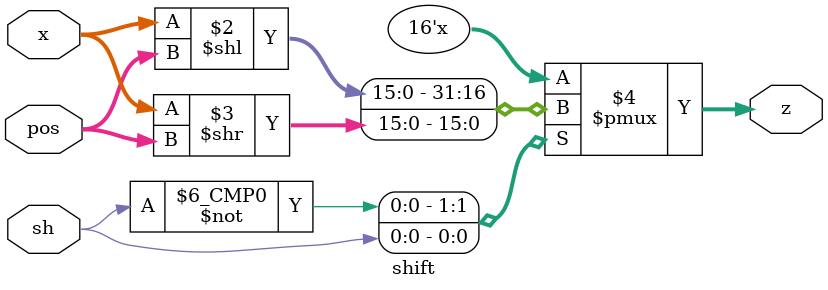
<source format=v>
module shift(
    input [15:0] x,
    input  sh,
    input [3:0] pos,
    output reg [15:0] z
);


always @(*) begin
    case (sh) 

        2'b0 : z = x << pos;

        2'b1 : z = x >> pos;

    endcase
end


endmodule




</source>
